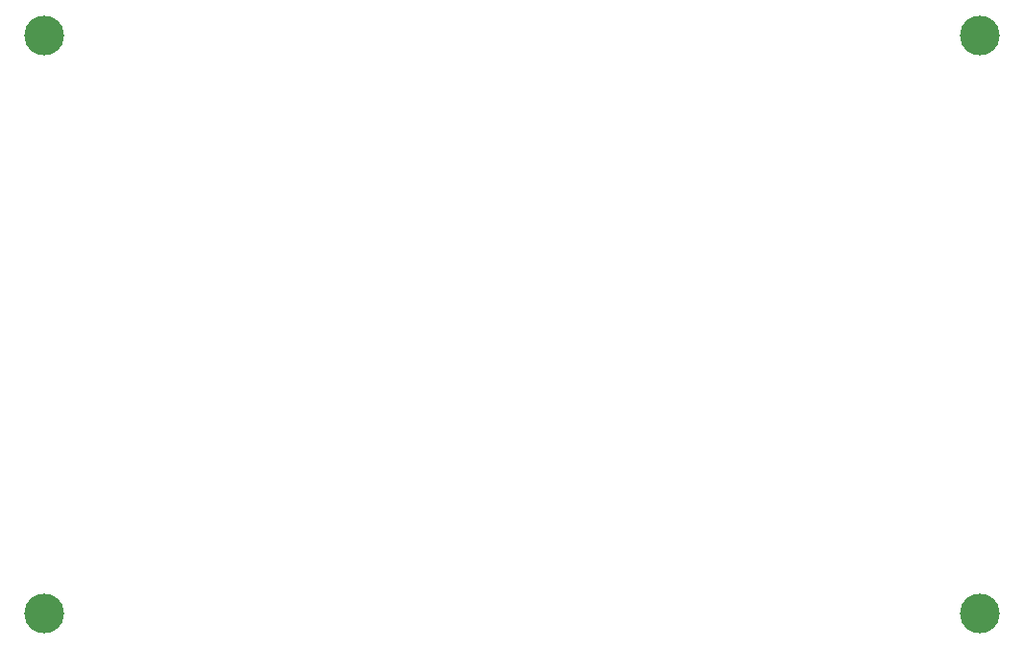
<source format=gbl>
G04 #@! TF.GenerationSoftware,KiCad,Pcbnew,(6.0.7-1)-1*
G04 #@! TF.CreationDate,2022-08-16T19:56:07+02:00*
G04 #@! TF.ProjectId,wrist-support,77726973-742d-4737-9570-706f72742e6b,rev?*
G04 #@! TF.SameCoordinates,Original*
G04 #@! TF.FileFunction,Copper,L2,Bot*
G04 #@! TF.FilePolarity,Positive*
%FSLAX46Y46*%
G04 Gerber Fmt 4.6, Leading zero omitted, Abs format (unit mm)*
G04 Created by KiCad (PCBNEW (6.0.7-1)-1) date 2022-08-16 19:56:07*
%MOMM*%
%LPD*%
G01*
G04 APERTURE LIST*
G04 #@! TA.AperFunction,ComponentPad*
%ADD10C,3.500000*%
G04 #@! TD*
G04 APERTURE END LIST*
D10*
X4000000Y-55000000D03*
X86500000Y-55000000D03*
X4000000Y-4000000D03*
X86500000Y-4000000D03*
M02*

</source>
